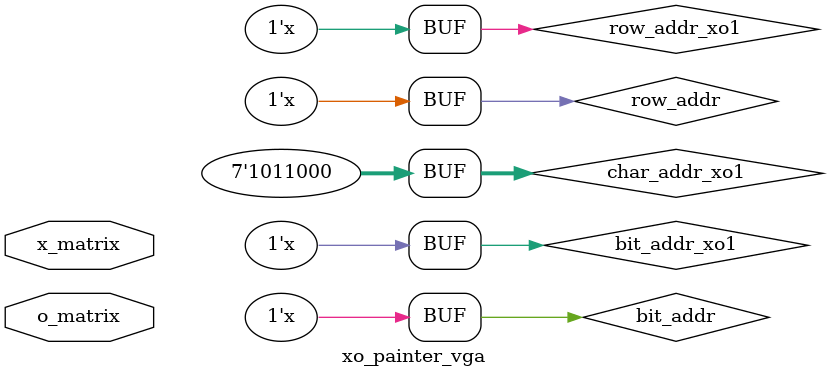
<source format=v>
`timescale 1ns / 1ps
module xo_painter_vga(
    input [8:0] x_matrix,
    input [8:0] o_matrix
    );
	 
	localparam X_O_SEPARATION = 1;
	localparam X_O_LOCATION_Y = 6;
	
	
	reg  [6:0] char_addr_xo1 = 0;
	
   assign row_addr_xo1 = pix_y[5:2];
   assign bit_addr_xo1 = pix_x[4:2];
	assign xo0_on = (pix_y[9:6]== X_O_LOCATION ) && (pix_x[9:5]==6);
	assign xo1_on = (pix_y[9:6]== X_O_LOCATION ) && (pix_x[9:5]==8);
	assign xo2_on = (pix_y[9:6]== X_O_LOCATION ) && (pix_x[9:5]==10);
	assign xo3_on = (pix_y[9:6]== X_O_LOCATION + X_O_SEPARATION) && (pix_x[9:5]==6);
	assign xo4_on = (pix_y[9:6]== X_O_LOCATION + X_O_SEPARATION ) && (pix_x[9:5]==8);
	assign xo5_on = (pix_y[9:6]== X_O_LOCATION + X_O_SEPARATION ) && (pix_x[9:5]==10);
	assign xo6_on = (pix_y[9:6]== X_O_LOCATION + 2*X_O_SEPARATION ) && (pix_x[9:5]==6);
	assign xo7_on = (pix_y[9:6]== X_O_LOCATION + 2*X_O_SEPARATION ) && (pix_x[9:5]==8);
	assign xo8_on = (pix_y[9:6]== X_O_LOCATION + 2*X_O_SEPARATION ) && (pix_x[9:5]==10);
   always @*
	begin
		char_addr_xo1 = 7'h58;
	end		 
	
	
	always @*
		begin //Para sincronizar con el pixy evitar indeseados erroes
			if(pixel_tick)
				begin
					text_rgb = 3'b000;  
					if(xo8_on || xo7_on || xo6_on || xo5_on || xo4_on || xo3_on || xo2_on || xo1_on || xo0_on)
						begin
							char_addr = char_addr_xo1;
							row_addr = row_addr_xo1;
							bit_addr = bit_addr_xo1;		
							if(font_bit)
								text_rgb = WHITE;	
							else 
								text_rgb = BLACK;	
						end	
				end
		end

endmodule

</source>
